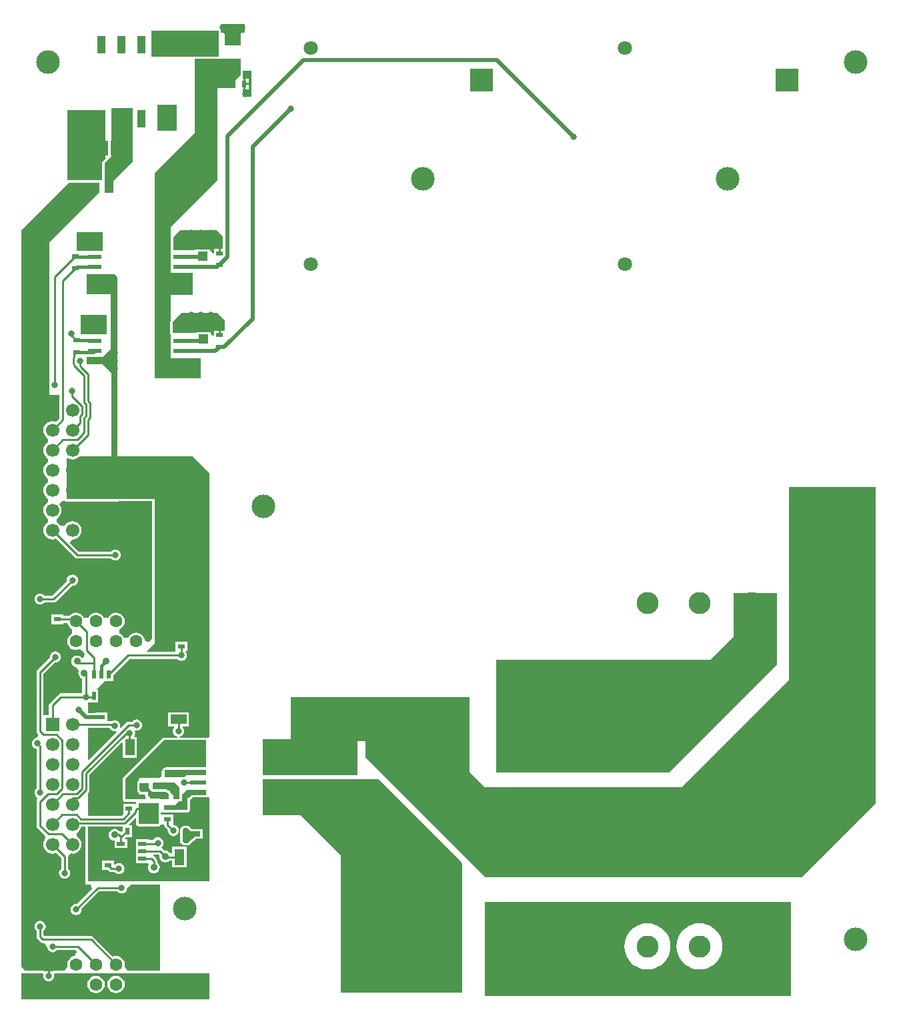
<source format=gtl>
G04*
G04 #@! TF.GenerationSoftware,Altium Limited,Altium Designer,18.0.7 (293)*
G04*
G04 Layer_Physical_Order=1*
G04 Layer_Color=255*
%FSLAX25Y25*%
%MOIN*%
G70*
G01*
G75*
%ADD15C,0.01000*%
%ADD19C,0.02000*%
%ADD22R,0.02362X0.03543*%
%ADD23R,0.08110X0.02362*%
%ADD24R,0.05000X0.04500*%
%ADD25R,0.07087X0.02362*%
%ADD26R,0.07874X0.05906*%
%ADD27R,0.12008X0.05984*%
%ADD28R,0.03937X0.09055*%
%ADD29R,0.03543X0.02362*%
%ADD30R,0.03000X0.03000*%
%ADD31R,0.03000X0.03000*%
%ADD32R,0.01968X0.03937*%
%ADD33R,0.03937X0.01968*%
%ADD34R,0.07874X0.04724*%
%ADD35R,0.04724X0.07874*%
%ADD36R,0.09843X0.07284*%
%ADD62C,0.01500*%
%ADD63R,0.06693X0.06693*%
%ADD64C,0.06693*%
%ADD65C,0.11811*%
%ADD66R,0.06299X0.06299*%
%ADD67C,0.06299*%
%ADD68C,0.11000*%
%ADD69C,0.07087*%
%ADD70R,0.11811X0.11811*%
%ADD71C,0.03150*%
%ADD72C,0.03500*%
G36*
X108000Y517500D02*
X106500D01*
X106000Y517000D01*
Y511500D01*
X98000D01*
Y517000D01*
X97500Y517500D01*
X96204D01*
Y518500D01*
X96113Y518961D01*
X96000Y519129D01*
Y522000D01*
X108000D01*
Y517500D01*
D02*
G37*
G36*
X95000Y505657D02*
X81815D01*
Y505500D01*
X61500Y505500D01*
X61500Y518500D01*
X95000Y518500D01*
X95000Y505657D01*
D02*
G37*
G36*
X106000Y496500D02*
X103500Y494000D01*
X103500Y490000D01*
X94500Y490000D01*
X94500Y444000D01*
X71000Y420500D01*
X71000Y397500D01*
X82000D01*
X82000Y386500D01*
X71000D01*
Y373629D01*
X70887Y373461D01*
X70796Y373000D01*
X70796Y373000D01*
Y367500D01*
X70887Y367039D01*
X71000Y366871D01*
Y355000D01*
X86000D01*
X86000Y345000D01*
X63000Y345000D01*
X63000Y447500D01*
X83000Y467500D01*
Y498500D01*
Y504453D01*
X95000D01*
X95235Y504500D01*
X106000D01*
Y496500D01*
D02*
G37*
G36*
X111500Y485500D02*
X107000D01*
Y489228D01*
X107405D01*
Y492000D01*
Y494772D01*
X107000D01*
Y495871D01*
X107113Y496039D01*
X107204Y496500D01*
X107204Y496500D01*
Y498500D01*
X111500D01*
Y485500D01*
D02*
G37*
G36*
X74000Y468500D02*
X64595D01*
Y481500D01*
X74000D01*
Y468500D01*
D02*
G37*
G36*
X38500Y454703D02*
X37148Y453351D01*
X36887Y452961D01*
X36796Y452500D01*
X36796Y452500D01*
Y444000D01*
X19500D01*
X19500Y479000D01*
X38500D01*
X38500Y454703D01*
D02*
G37*
G36*
X52000Y453000D02*
X42500Y443500D01*
Y437500D01*
X38000D01*
Y452500D01*
X40677Y455177D01*
X40795D01*
Y455295D01*
X41500Y456000D01*
Y480000D01*
X52000D01*
Y453000D01*
D02*
G37*
G36*
X37000Y408595D02*
X24000D01*
Y418000D01*
X37000D01*
Y408595D01*
D02*
G37*
G36*
X97276Y415724D02*
Y409587D01*
X96000D01*
Y407406D01*
X95000D01*
Y409587D01*
X92728D01*
Y407425D01*
X92266Y407234D01*
X90681Y408819D01*
Y409431D01*
X83319D01*
Y409000D01*
X72500D01*
Y415500D01*
X76000Y419000D01*
X94000D01*
X97276Y415724D01*
D02*
G37*
G36*
X39000Y367094D02*
X26000D01*
Y376500D01*
X39000D01*
Y367094D01*
D02*
G37*
G36*
X98000Y374000D02*
Y368681D01*
X96000D01*
Y366500D01*
X95000D01*
Y368681D01*
X92728D01*
Y366425D01*
X92266Y366234D01*
X91181Y367319D01*
Y367931D01*
X83819D01*
Y367500D01*
X72000D01*
Y373000D01*
X76500Y377500D01*
X94500D01*
X98000Y374000D01*
D02*
G37*
G36*
X35500Y438000D02*
X10500Y413000D01*
Y368000D01*
Y336500D01*
X15439D01*
Y336400D01*
Y324864D01*
X13751Y323175D01*
X13182Y323411D01*
X12000Y323567D01*
X10818Y323411D01*
X9717Y322955D01*
X8771Y322229D01*
X8045Y321283D01*
X7589Y320182D01*
X7433Y319000D01*
X7589Y317818D01*
X8045Y316717D01*
X8771Y315771D01*
X9654Y315093D01*
X9717Y314698D01*
Y313302D01*
X9654Y312907D01*
X8771Y312229D01*
X8045Y311283D01*
X7589Y310182D01*
X7433Y309000D01*
X7589Y307818D01*
X8045Y306717D01*
X8771Y305771D01*
X9654Y305094D01*
X9717Y304698D01*
Y303302D01*
X9654Y302906D01*
X8771Y302229D01*
X8045Y301283D01*
X7589Y300182D01*
X7433Y299000D01*
X7589Y297818D01*
X8045Y296717D01*
X8771Y295771D01*
X9654Y295093D01*
X9717Y294698D01*
Y293302D01*
X9654Y292906D01*
X8771Y292229D01*
X8045Y291283D01*
X7589Y290182D01*
X7433Y289000D01*
X7589Y287818D01*
X8045Y286717D01*
X8771Y285771D01*
X9654Y285093D01*
X9717Y284698D01*
Y283302D01*
X9654Y282907D01*
X8771Y282229D01*
X8045Y281283D01*
X7589Y280182D01*
X7433Y279000D01*
X7589Y277818D01*
X8045Y276717D01*
X8771Y275771D01*
X9654Y275094D01*
X9717Y274698D01*
Y273302D01*
X9654Y272906D01*
X8771Y272229D01*
X8045Y271283D01*
X7589Y270182D01*
X7433Y269000D01*
X7589Y267818D01*
X8045Y266717D01*
X8771Y265771D01*
X9717Y265045D01*
X10818Y264589D01*
X12000Y264433D01*
X13182Y264589D01*
X13751Y264825D01*
X23188Y255388D01*
X23744Y255016D01*
X24400Y254886D01*
X41241D01*
X41434Y254634D01*
X42010Y254193D01*
X42681Y253915D01*
X43400Y253820D01*
X44119Y253915D01*
X44790Y254193D01*
X45366Y254634D01*
X45807Y255210D01*
X46085Y255881D01*
X46180Y256600D01*
X46085Y257319D01*
X45807Y257990D01*
X45366Y258565D01*
X44790Y259007D01*
X44119Y259285D01*
X43400Y259380D01*
X42681Y259285D01*
X42010Y259007D01*
X41434Y258565D01*
X41241Y258314D01*
X25110D01*
X20857Y262566D01*
X21792Y264461D01*
X22000Y264433D01*
X23182Y264589D01*
X24283Y265045D01*
X25229Y265771D01*
X25955Y266717D01*
X26411Y267818D01*
X26567Y269000D01*
X26411Y270182D01*
X25955Y271283D01*
X25229Y272229D01*
X24283Y272955D01*
X23182Y273411D01*
X22000Y273567D01*
X20818Y273411D01*
X19717Y272955D01*
X18771Y272229D01*
X18093Y271346D01*
X17698Y271283D01*
X16302D01*
X15906Y271346D01*
X15229Y272229D01*
X14346Y272906D01*
X14283Y273302D01*
Y274698D01*
X14346Y275094D01*
X15229Y275771D01*
X15955Y276717D01*
X16411Y277818D01*
X16567Y279000D01*
X16411Y280182D01*
X15955Y281283D01*
X15388Y282023D01*
X16723Y283500D01*
X18371D01*
X18539Y283387D01*
X19000Y283296D01*
X44500D01*
X44961Y283387D01*
X45129Y283500D01*
X61863D01*
Y215063D01*
X60136Y213336D01*
X59555Y213398D01*
X58092Y214121D01*
X58019Y214674D01*
X57583Y215727D01*
X56889Y216632D01*
X55984Y217326D01*
X54931Y217762D01*
X53800Y217911D01*
X52670Y217762D01*
X51616Y217326D01*
X50711Y216632D01*
X50017Y215727D01*
X49867Y215365D01*
X47733D01*
X47583Y215727D01*
X46889Y216632D01*
X45984Y217326D01*
X45622Y217476D01*
Y219610D01*
X45984Y219760D01*
X46889Y220455D01*
X47583Y221359D01*
X48019Y222413D01*
X48168Y223543D01*
X48019Y224674D01*
X47583Y225727D01*
X46889Y226632D01*
X45984Y227326D01*
X44930Y227763D01*
X43800Y227911D01*
X42669Y227763D01*
X41616Y227326D01*
X40711Y226632D01*
X40017Y225727D01*
X39867Y225365D01*
X37733D01*
X37583Y225727D01*
X36889Y226632D01*
X35984Y227326D01*
X34931Y227763D01*
X33800Y227911D01*
X32669Y227763D01*
X31616Y227326D01*
X30711Y226632D01*
X30017Y225727D01*
X29867Y225365D01*
X27733D01*
X27583Y225727D01*
X26889Y226632D01*
X25984Y227326D01*
X24930Y227763D01*
X23800Y227911D01*
X22670Y227763D01*
X21616Y227326D01*
X20711Y226632D01*
X20395Y226220D01*
X17553D01*
Y226868D01*
X11647D01*
Y222143D01*
X17553D01*
Y222495D01*
X19553Y222626D01*
X19581Y222413D01*
X20017Y221359D01*
X20711Y220455D01*
X21616Y219760D01*
X21979Y219610D01*
Y217476D01*
X21616Y217326D01*
X20711Y216632D01*
X20017Y215727D01*
X19581Y214674D01*
X19432Y213543D01*
X19581Y212413D01*
X20017Y211359D01*
X20711Y210455D01*
X21616Y209760D01*
X22670Y209324D01*
X23800Y209175D01*
X24930Y209324D01*
X25436Y209534D01*
X26520Y209187D01*
X26882Y208985D01*
X27529Y208425D01*
X27567Y208238D01*
X27938Y207682D01*
X28152Y207469D01*
X28157Y207140D01*
X27397Y205395D01*
X26627Y205413D01*
X26491Y205591D01*
X25878Y206060D01*
X25165Y206356D01*
X24400Y206456D01*
X23635Y206356D01*
X22922Y206060D01*
X22309Y205591D01*
X21840Y204978D01*
X21544Y204265D01*
X21444Y203500D01*
X21544Y202735D01*
X21840Y202022D01*
X22309Y201410D01*
X22922Y200940D01*
X23635Y200644D01*
X23915Y200607D01*
X24431Y200090D01*
X24766Y199549D01*
X25108Y198620D01*
X25044Y198465D01*
X24944Y197700D01*
X25044Y196935D01*
X25340Y196222D01*
X25809Y195609D01*
X26422Y195140D01*
X26986Y194906D01*
Y187959D01*
X26735Y187766D01*
X26542Y187514D01*
X16206D01*
X15550Y187384D01*
X14994Y187012D01*
X10788Y182807D01*
X10416Y182250D01*
X10286Y181595D01*
Y176528D01*
X7514D01*
Y197290D01*
X13186Y202962D01*
X13500Y202920D01*
X14219Y203015D01*
X14890Y203293D01*
X15465Y203734D01*
X15907Y204310D01*
X16185Y204981D01*
X16280Y205700D01*
X16185Y206419D01*
X15907Y207090D01*
X15465Y207665D01*
X14890Y208107D01*
X14219Y208385D01*
X13500Y208480D01*
X12781Y208385D01*
X12110Y208107D01*
X11535Y207665D01*
X11093Y207090D01*
X10815Y206419D01*
X10720Y205700D01*
X10762Y205386D01*
X4588Y199212D01*
X4216Y198656D01*
X4086Y198000D01*
Y168700D01*
X4216Y168044D01*
X4588Y167488D01*
X4821Y167255D01*
X4687Y166432D01*
X4030Y165218D01*
X3781Y165185D01*
X3110Y164907D01*
X2534Y164465D01*
X2093Y163890D01*
X1815Y163219D01*
X1720Y162500D01*
X1815Y161781D01*
X2093Y161110D01*
X2534Y160535D01*
X3110Y160093D01*
X3781Y159815D01*
X4186Y159762D01*
Y140158D01*
X3934Y139965D01*
X3493Y139390D01*
X3215Y138719D01*
X3120Y138000D01*
X3215Y137281D01*
X3493Y136610D01*
X3934Y136035D01*
X4392Y134897D01*
X4216Y133856D01*
X4086Y133200D01*
Y121346D01*
X4216Y120690D01*
X4588Y120134D01*
X7753Y116969D01*
X8597Y115527D01*
X8045Y114283D01*
X7589Y113182D01*
X7433Y112000D01*
X7589Y110818D01*
X8045Y109717D01*
X8771Y108771D01*
X9717Y108045D01*
X10818Y107589D01*
X12000Y107433D01*
X13182Y107589D01*
X13751Y107825D01*
X16386Y105190D01*
Y99958D01*
X16135Y99765D01*
X15693Y99190D01*
X15415Y98519D01*
X15320Y97800D01*
X15415Y97081D01*
X15693Y96410D01*
X16135Y95834D01*
X16710Y95393D01*
X17381Y95115D01*
X18100Y95020D01*
X18819Y95115D01*
X19490Y95393D01*
X20065Y95834D01*
X20507Y96410D01*
X20785Y97081D01*
X20880Y97800D01*
X20785Y98519D01*
X20507Y99190D01*
X20065Y99765D01*
X19814Y99958D01*
Y105900D01*
X20106Y106392D01*
X20940Y107268D01*
X21377Y107515D01*
X22000Y107433D01*
X23182Y107589D01*
X24283Y108045D01*
X25229Y108771D01*
X25955Y109717D01*
X26411Y110818D01*
X26567Y112000D01*
X26411Y113182D01*
X25955Y114283D01*
X25229Y115229D01*
X24346Y115907D01*
X24283Y116302D01*
Y117698D01*
X24346Y118094D01*
X25229Y118771D01*
X25955Y119717D01*
X26411Y120818D01*
X26433Y120986D01*
X28600D01*
Y91900D01*
X31048D01*
X31876Y89900D01*
X24214Y82238D01*
X23900Y82280D01*
X23181Y82185D01*
X22510Y81907D01*
X21935Y81466D01*
X21493Y80890D01*
X21215Y80219D01*
X21120Y79500D01*
X21215Y78781D01*
X21493Y78110D01*
X21935Y77535D01*
X22510Y77093D01*
X23181Y76815D01*
X23900Y76720D01*
X24619Y76815D01*
X25290Y77093D01*
X25866Y77535D01*
X26307Y78110D01*
X26585Y78781D01*
X26680Y79500D01*
X26638Y79814D01*
X35410Y88586D01*
X44442D01*
X44635Y88335D01*
X45210Y87893D01*
X45881Y87615D01*
X46600Y87520D01*
X47319Y87615D01*
X47990Y87893D01*
X48566Y88335D01*
X49007Y88910D01*
X49285Y89581D01*
X49380Y90300D01*
X50756Y91739D01*
X51085Y91900D01*
X65800D01*
X65800Y49004D01*
X58131D01*
X57691Y48917D01*
X49909D01*
X49469Y49004D01*
X49341D01*
X48031Y50895D01*
X48031Y51004D01*
X48168Y52043D01*
X48019Y53174D01*
X47583Y54227D01*
X46889Y55132D01*
X45984Y55826D01*
X44930Y56262D01*
X43800Y56411D01*
X42669Y56262D01*
X42200Y56068D01*
X32555Y65712D01*
X31999Y66084D01*
X31343Y66214D01*
X8010D01*
X7614Y66610D01*
Y68915D01*
X7865Y69108D01*
X8307Y69683D01*
X8585Y70354D01*
X8680Y71073D01*
X8585Y71792D01*
X8307Y72463D01*
X7865Y73039D01*
X7290Y73480D01*
X6619Y73758D01*
X5900Y73853D01*
X5181Y73758D01*
X4510Y73480D01*
X3934Y73039D01*
X3493Y72463D01*
X3215Y71792D01*
X3120Y71073D01*
X3215Y70354D01*
X3493Y69683D01*
X3934Y69108D01*
X4186Y68915D01*
Y65900D01*
X4316Y65244D01*
X4688Y64688D01*
X6088Y63288D01*
X6644Y62916D01*
X7300Y62786D01*
X7734D01*
X8178Y62477D01*
X9320Y60900D01*
X9415Y60181D01*
X9693Y59510D01*
X10135Y58934D01*
X10710Y58493D01*
X11381Y58215D01*
X12100Y58120D01*
X12819Y58215D01*
X13490Y58493D01*
X14065Y58934D01*
X14258Y59186D01*
X23438D01*
X24028Y58385D01*
X23977Y57939D01*
X23070Y56315D01*
X22670Y56262D01*
X21616Y55826D01*
X20711Y55132D01*
X20017Y54227D01*
X19581Y53174D01*
X19432Y52043D01*
X19569Y51004D01*
X19568Y50895D01*
X18259Y49004D01*
X13144D01*
X13028Y48981D01*
X12909D01*
X12800Y48936D01*
X12683Y48913D01*
X12585Y48847D01*
X12475Y48801D01*
X12391Y48717D01*
X12365Y48700D01*
X8035D01*
X8009Y48717D01*
X7925Y48801D01*
X7815Y48847D01*
X7717Y48913D01*
X7600Y48936D01*
X7491Y48981D01*
X7372D01*
X7256Y49004D01*
X-1500D01*
X-3500Y51004D01*
X-3500Y325000D01*
X-3500D01*
X-3500Y419000D01*
X20000Y442500D01*
X35500D01*
Y438000D01*
D02*
G37*
G36*
X44500Y395500D02*
X44500Y393500D01*
Y306000D01*
X82200D01*
X90400Y297800D01*
Y165527D01*
X89969Y165362D01*
Y165362D01*
X89011D01*
X88800Y165404D01*
X75670D01*
X75637Y165904D01*
X75719Y165915D01*
X76390Y166193D01*
X76965Y166635D01*
X77407Y167210D01*
X77685Y167881D01*
X77780Y168600D01*
X77685Y169319D01*
X77407Y169990D01*
X77049Y170457D01*
X77169Y170824D01*
X77273Y170957D01*
X80118D01*
Y178043D01*
X69882D01*
Y170957D01*
X72727D01*
X72831Y170824D01*
X72951Y170457D01*
X72593Y169990D01*
X72315Y169319D01*
X72220Y168600D01*
X72315Y167881D01*
X72593Y167210D01*
X73035Y166635D01*
X73610Y166193D01*
X74281Y165915D01*
X74363Y165904D01*
X74330Y165404D01*
X67700D01*
X67239Y165313D01*
X66848Y165051D01*
X47548Y145752D01*
X47287Y145361D01*
X47196Y144900D01*
X47196Y144900D01*
X47196Y134600D01*
X47287Y134139D01*
X47347Y134050D01*
Y133438D01*
X48189D01*
X48400Y133396D01*
X53577D01*
X53821Y133053D01*
X53874Y132896D01*
X53796Y132500D01*
Y131942D01*
X53753Y131916D01*
X53253Y132200D01*
Y132257D01*
X47347D01*
Y127532D01*
X47347D01*
X47468Y127241D01*
X46641Y126414D01*
X29800D01*
Y137694D01*
X30059Y137952D01*
X30430Y138508D01*
X30560Y139164D01*
Y146856D01*
X46695Y162991D01*
X47157Y162799D01*
Y155382D01*
X54243D01*
Y165618D01*
X53030D01*
X52783Y166118D01*
X53007Y166410D01*
X53285Y167081D01*
X53380Y167800D01*
X53285Y168519D01*
X53641Y168968D01*
X54000Y168920D01*
X54719Y169015D01*
X55390Y169293D01*
X55966Y169735D01*
X56407Y170310D01*
X56685Y170981D01*
X56780Y171700D01*
X56685Y172419D01*
X56407Y173090D01*
X55966Y173665D01*
X55390Y174107D01*
X54719Y174385D01*
X54000Y174480D01*
X53281Y174385D01*
X52610Y174107D01*
X52034Y173665D01*
X51841Y173414D01*
X50152D01*
X49496Y173284D01*
X48940Y172912D01*
X46297Y170270D01*
X45874Y170553D01*
X45885Y170581D01*
X45980Y171300D01*
X45885Y172019D01*
X45607Y172690D01*
X45166Y173266D01*
X44590Y173707D01*
X43919Y173985D01*
X43200Y174080D01*
X42481Y173985D01*
X41827Y173714D01*
X39453D01*
Y177857D01*
X33547D01*
Y177718D01*
X29827D01*
X29800Y177745D01*
Y183130D01*
X30137Y183317D01*
X30595Y183068D01*
Y183035D01*
X34925D01*
Y183625D01*
D01*
Y189335D01*
X34488D01*
X34297Y189797D01*
X38165Y193665D01*
X42406D01*
Y196556D01*
X50635Y204786D01*
X74341D01*
X74534Y204535D01*
X75110Y204093D01*
X75781Y203815D01*
X76500Y203720D01*
X77219Y203815D01*
X77890Y204093D01*
X78465Y204535D01*
X78907Y205110D01*
X79185Y205781D01*
X79280Y206500D01*
X79185Y207219D01*
X78907Y207890D01*
X78640Y208238D01*
X78887Y208738D01*
X79353D01*
Y213462D01*
X73447D01*
Y208738D01*
X73551D01*
X73829Y208238D01*
X73814Y208214D01*
X59367D01*
X59176Y208676D01*
X63000Y212500D01*
Y214726D01*
X63067Y215063D01*
X63067Y215063D01*
Y218267D01*
X63200Y218400D01*
Y284500D01*
X62492D01*
X62324Y284613D01*
X61863Y284704D01*
X45129D01*
X45013Y284681D01*
X44894D01*
X44785Y284636D01*
X44668Y284613D01*
X44570Y284547D01*
X44527Y284529D01*
X44500Y284524D01*
Y284500D01*
X19000D01*
Y305030D01*
X19448Y305251D01*
X19717Y305045D01*
X20818Y304589D01*
X22000Y304433D01*
X23182Y304589D01*
X24283Y305045D01*
X25229Y305771D01*
X25405Y306000D01*
X41500D01*
Y347500D01*
X37000Y352000D01*
X29000D01*
Y355500D01*
X37000D01*
X37638Y356138D01*
X37724D01*
Y356224D01*
X41000Y359500D01*
X41000Y387000D01*
X29000Y387000D01*
X29000Y397000D01*
X43000D01*
X44500Y395500D01*
D02*
G37*
G36*
X374000Y202000D02*
X320000Y148000D01*
X233700Y148000D01*
X233700Y204300D01*
X340800Y204300D01*
X352500Y216000D01*
X352500Y237500D01*
X374000D01*
X374000Y202000D01*
D02*
G37*
G36*
X40793Y169910D02*
X41234Y169334D01*
X41810Y168893D01*
X42481Y168615D01*
X43200Y168520D01*
X43919Y168615D01*
X43947Y168626D01*
X44230Y168202D01*
X30262Y154234D01*
X29800Y154426D01*
Y170286D01*
X40637D01*
X40793Y169910D01*
D02*
G37*
G36*
X88800Y146800D02*
X79100D01*
X77947Y145647D01*
X77700Y145680D01*
X77095Y145600D01*
X68300D01*
Y149200D01*
X88800D01*
Y146800D01*
D02*
G37*
G36*
X423500Y132500D02*
X386500Y95500D01*
X228500D01*
X168500Y155500D01*
Y163500D01*
X164500D01*
Y146500D01*
X117000D01*
Y164500D01*
X131000D01*
Y185500D01*
X220500D01*
Y148000D01*
X228000Y140500D01*
X326500D01*
X380000Y194000D01*
Y201705D01*
X380029Y202000D01*
X380029Y237500D01*
X380000Y237794D01*
X380000Y242000D01*
Y290500D01*
X423500D01*
X423500Y132500D01*
D02*
G37*
G36*
X75600Y140500D02*
Y134700D01*
X72500D01*
X72400Y134800D01*
Y136500D01*
X70781Y138119D01*
Y138981D01*
X69919D01*
X69300Y139600D01*
X62100D01*
Y142600D01*
X62500Y143000D01*
X73100D01*
X75600Y140500D01*
D02*
G37*
G36*
X60256Y142600D02*
X60256Y140244D01*
X60896Y139604D01*
Y139600D01*
X60947Y139341D01*
Y139038D01*
X61055D01*
X61248Y138749D01*
X61639Y138487D01*
X62100Y138396D01*
X68801D01*
X69067Y138130D01*
X69458Y137868D01*
X69634Y137834D01*
X69669Y137658D01*
X69930Y137267D01*
X70000Y137197D01*
Y134700D01*
X69900Y134600D01*
X66300D01*
X65900Y135000D01*
X61300D01*
X60900Y135400D01*
X59753Y136547D01*
Y138162D01*
X56538D01*
X55600Y139100D01*
Y142600D01*
X60256Y142600D01*
D02*
G37*
G36*
X88800Y150800D02*
X68500D01*
X68056Y150356D01*
X67839Y150313D01*
X67449Y150051D01*
X67335Y149881D01*
X67219D01*
Y149708D01*
X67187Y149661D01*
X67144Y149444D01*
X66500Y148800D01*
Y146200D01*
X65600Y145300D01*
X55400D01*
X55000Y144900D01*
Y143757D01*
X54547D01*
Y143150D01*
X54487Y143061D01*
X54396Y142600D01*
Y139100D01*
X54396Y139100D01*
X54487Y138639D01*
X54748Y138249D01*
X55000Y137997D01*
Y137000D01*
X56326D01*
X56538Y136958D01*
X56538Y136958D01*
X58267D01*
X58548Y136547D01*
X58600Y136288D01*
Y134700D01*
X58559Y134600D01*
X48400D01*
X48400Y144900D01*
X67700Y164200D01*
X88800D01*
Y150800D01*
D02*
G37*
G36*
X88900Y136700D02*
X81500D01*
X80162Y135362D01*
X79496D01*
Y130862D01*
X79496Y130638D01*
X79496D01*
Y130362D01*
X79496D01*
Y129200D01*
X67800D01*
Y131600D01*
X73400D01*
X75296Y133496D01*
X75600D01*
X76061Y133587D01*
X76108Y133619D01*
X76781D01*
Y134584D01*
X76804Y134700D01*
Y135004D01*
X76900Y135100D01*
Y136800D01*
X79300Y139200D01*
X88900D01*
Y136700D01*
D02*
G37*
G36*
X89969Y135638D02*
X90400Y135473D01*
Y93700D01*
X90300Y93600D01*
X30000D01*
X29804Y93796D01*
Y120986D01*
X47032D01*
Y118762D01*
X46434Y118164D01*
X45956Y118484D01*
X45512Y118572D01*
X45191Y118991D01*
X44578Y119460D01*
X43865Y119756D01*
X43100Y119856D01*
X42335Y119756D01*
X41622Y119460D01*
X41010Y118991D01*
X40540Y118378D01*
X40244Y117665D01*
X40144Y116900D01*
X40244Y116135D01*
X40540Y115422D01*
X41010Y114810D01*
X41622Y114340D01*
X42335Y114044D01*
X43100Y113944D01*
X43135Y113912D01*
Y110275D01*
X49435D01*
Y114605D01*
X48431D01*
X48224Y115105D01*
X48866Y115747D01*
X51757D01*
Y121653D01*
X50210D01*
X50018Y122115D01*
X53334Y125430D01*
X53796Y125239D01*
Y122300D01*
X53887Y121839D01*
X54149Y121449D01*
X54539Y121187D01*
X55000Y121096D01*
X64943Y121096D01*
X65000Y121096D01*
X65418Y121157D01*
Y121179D01*
X65461Y121187D01*
X65851Y121449D01*
X66113Y121839D01*
X66164Y122098D01*
X66647Y122138D01*
X66682Y122138D01*
X67886D01*
Y121700D01*
X68016Y121044D01*
X68388Y120488D01*
X69662Y119214D01*
X69620Y118900D01*
X69715Y118181D01*
X69993Y117510D01*
X70434Y116935D01*
X71010Y116493D01*
X71681Y116215D01*
X72400Y116120D01*
X73119Y116215D01*
X73790Y116493D01*
X74366Y116935D01*
X74807Y117510D01*
X75085Y118181D01*
X75180Y118900D01*
X75085Y119619D01*
X74807Y120290D01*
X74366Y120865D01*
X73790Y121307D01*
X73119Y121585D01*
X72593Y121654D01*
X72553Y122138D01*
X72553D01*
Y126862D01*
X66704D01*
X66204Y127000D01*
X66204Y127906D01*
X66647Y128043D01*
Y128043D01*
X67561D01*
X67800Y127996D01*
X72947D01*
Y127943D01*
X78853D01*
Y127996D01*
X79496D01*
X79957Y128087D01*
X80348Y128349D01*
X80609Y128739D01*
X80700Y129200D01*
Y130362D01*
X80700Y130362D01*
Y130638D01*
X80700Y130638D01*
X80700Y130862D01*
Y134200D01*
Y134301D01*
X81014Y134511D01*
X81014Y134511D01*
X81999Y135496D01*
X88900D01*
X89361Y135587D01*
X89436Y135638D01*
X89969D01*
Y135638D01*
D02*
G37*
G36*
X65000Y122300D02*
X55000Y122300D01*
X55000Y132500D01*
X65000D01*
X65000Y122300D01*
D02*
G37*
G36*
X90500Y34500D02*
X-3499Y34500D01*
X-3499Y47800D01*
X7256D01*
X7590Y47300D01*
X7515Y47119D01*
X7420Y46400D01*
X7515Y45681D01*
X7793Y45010D01*
X8235Y44434D01*
X8810Y43993D01*
X9481Y43715D01*
X10200Y43620D01*
X10919Y43715D01*
X11590Y43993D01*
X12166Y44434D01*
X12607Y45010D01*
X12885Y45681D01*
X12980Y46400D01*
X12885Y47119D01*
X12810Y47300D01*
X13144Y47800D01*
X22852D01*
X23800Y47675D01*
X24748Y47800D01*
X32852D01*
X33800Y47675D01*
X34748Y47800D01*
X42852D01*
X43800Y47675D01*
X44748Y47800D01*
X49469D01*
Y47713D01*
X58131D01*
Y47800D01*
X90500D01*
X90500Y34500D01*
D02*
G37*
G36*
X216900Y102600D02*
Y38100D01*
X156000D01*
Y106500D01*
X136000Y126500D01*
X117000D01*
Y144500D01*
X175000D01*
X216900Y102600D01*
D02*
G37*
G36*
X381300Y36200D02*
X228200D01*
Y83400D01*
X381300D01*
Y36200D01*
D02*
G37*
%LPC*%
G36*
X110087Y494772D02*
X108405D01*
Y492500D01*
X110087D01*
Y494772D01*
D02*
G37*
G36*
Y491500D02*
X108405D01*
Y489228D01*
X110087D01*
Y491500D01*
D02*
G37*
G36*
X22000Y246880D02*
X21281Y246785D01*
X20610Y246507D01*
X20034Y246065D01*
X19593Y245490D01*
X19315Y244819D01*
X19220Y244100D01*
X19262Y243786D01*
X11790Y236314D01*
X8059D01*
X7865Y236565D01*
X7290Y237007D01*
X6619Y237285D01*
X5900Y237380D01*
X5181Y237285D01*
X4510Y237007D01*
X3934Y236565D01*
X3493Y235990D01*
X3215Y235319D01*
X3120Y234600D01*
X3215Y233881D01*
X3493Y233210D01*
X3934Y232634D01*
X4510Y232193D01*
X5181Y231915D01*
X5900Y231820D01*
X6619Y231915D01*
X7290Y232193D01*
X7865Y232634D01*
X8059Y232886D01*
X12500D01*
X13156Y233016D01*
X13712Y233388D01*
X21686Y241362D01*
X22000Y241320D01*
X22719Y241415D01*
X23390Y241693D01*
X23966Y242134D01*
X24407Y242710D01*
X24685Y243381D01*
X24780Y244100D01*
X24685Y244819D01*
X24407Y245490D01*
X23966Y246065D01*
X23390Y246507D01*
X22719Y246785D01*
X22000Y246880D01*
D02*
G37*
G36*
X64700Y115580D02*
X63981Y115485D01*
X63310Y115207D01*
X62735Y114766D01*
X62293Y114190D01*
X62278Y114154D01*
X60065D01*
Y114605D01*
X53765D01*
Y110865D01*
X53765D01*
Y106535D01*
X53765D01*
Y102795D01*
X59567D01*
X59926Y102795D01*
X60257Y102376D01*
X60140Y102078D01*
X60124Y102042D01*
X59844Y101365D01*
X59744Y100600D01*
X59844Y99835D01*
X60140Y99122D01*
X60610Y98510D01*
X61222Y98040D01*
X61935Y97744D01*
X62700Y97644D01*
X63465Y97744D01*
X64178Y98040D01*
X64790Y98510D01*
X65260Y99122D01*
X65556Y99835D01*
X65656Y100600D01*
X65556Y101365D01*
X65260Y102078D01*
X64790Y102690D01*
X64414Y102979D01*
Y103800D01*
X64284Y104456D01*
X63912Y105012D01*
X62752Y106172D01*
X62282Y106486D01*
X62328Y106888D01*
X62365Y106986D01*
X65090D01*
X65606Y106471D01*
X65544Y106000D01*
X65644Y105235D01*
X65940Y104522D01*
X66409Y103910D01*
X67022Y103440D01*
X67735Y103144D01*
X68500Y103044D01*
X69265Y103144D01*
X69978Y103440D01*
X70591Y103910D01*
X70726Y104086D01*
X71957D01*
Y100682D01*
X79043D01*
Y110918D01*
X71957D01*
Y107514D01*
X71033D01*
X70591Y108090D01*
X69978Y108560D01*
X69265Y108856D01*
X68500Y108956D01*
X68029Y108895D01*
X67012Y109912D01*
X66623Y110172D01*
X66549Y110672D01*
X66571Y110762D01*
X66666Y110835D01*
X67107Y111410D01*
X67385Y112081D01*
X67480Y112800D01*
X67385Y113519D01*
X67107Y114190D01*
X66666Y114766D01*
X66090Y115207D01*
X65419Y115485D01*
X64700Y115580D01*
D02*
G37*
G36*
X79600Y121404D02*
X79600Y121404D01*
X77900D01*
X77439Y121313D01*
X77048Y121052D01*
X76249Y120252D01*
X75987Y119861D01*
X75896Y119400D01*
X75896Y119400D01*
Y113600D01*
X75987Y113139D01*
X76249Y112749D01*
X76249Y112749D01*
X77148Y111848D01*
X77539Y111587D01*
X78000Y111496D01*
X78000Y111496D01*
X79700D01*
X79700Y111496D01*
X80161Y111587D01*
X80551Y111848D01*
X80551Y111848D01*
X82291Y113588D01*
X82531Y113749D01*
X83679Y114896D01*
X85900D01*
X86361Y114987D01*
X86436Y115038D01*
X87153D01*
Y119762D01*
X81741D01*
X80452Y121052D01*
X80061Y121313D01*
X79600Y121404D01*
D02*
G37*
G36*
X42753Y104062D02*
X36847D01*
Y99338D01*
X39738D01*
X40288Y98788D01*
X40844Y98416D01*
X41500Y98286D01*
X43141D01*
X43334Y98035D01*
X43910Y97593D01*
X44581Y97315D01*
X45300Y97220D01*
X46019Y97315D01*
X46690Y97593D01*
X47265Y98035D01*
X47707Y98610D01*
X47985Y99281D01*
X48080Y100000D01*
X47985Y100719D01*
X47707Y101390D01*
X47265Y101965D01*
X46690Y102407D01*
X46019Y102685D01*
X45300Y102780D01*
X44581Y102685D01*
X43910Y102407D01*
X43334Y101965D01*
X43253Y101859D01*
X42753Y102029D01*
Y104000D01*
Y104062D01*
D02*
G37*
%LPD*%
G36*
X81300Y118500D02*
X85900D01*
Y116100D01*
X83180D01*
X81680Y114600D01*
X81600D01*
X79700Y112700D01*
X78000D01*
X77100Y113600D01*
Y119400D01*
X77900Y120200D01*
X79600D01*
X81300Y118500D01*
D02*
G37*
%LPC*%
G36*
X43800Y46411D02*
X42669Y46262D01*
X41616Y45826D01*
X40711Y45132D01*
X40017Y44227D01*
X39581Y43174D01*
X39432Y42043D01*
X39581Y40913D01*
X40017Y39859D01*
X40711Y38955D01*
X41616Y38260D01*
X42669Y37824D01*
X43800Y37675D01*
X44930Y37824D01*
X45984Y38260D01*
X46889Y38955D01*
X47583Y39859D01*
X48019Y40913D01*
X48168Y42043D01*
X48019Y43174D01*
X47583Y44227D01*
X46889Y45132D01*
X45984Y45826D01*
X44930Y46262D01*
X43800Y46411D01*
D02*
G37*
G36*
X33800D02*
X32669Y46262D01*
X31616Y45826D01*
X30711Y45132D01*
X30017Y44227D01*
X29581Y43174D01*
X29432Y42043D01*
X29581Y40913D01*
X30017Y39859D01*
X30711Y38955D01*
X31616Y38260D01*
X32669Y37824D01*
X33800Y37675D01*
X34931Y37824D01*
X35984Y38260D01*
X36889Y38955D01*
X37583Y39859D01*
X38019Y40913D01*
X38168Y42043D01*
X38019Y43174D01*
X37583Y44227D01*
X36889Y45132D01*
X35984Y45826D01*
X34931Y46262D01*
X33800Y46411D01*
D02*
G37*
G36*
X335450Y72636D02*
X333645Y72493D01*
X331885Y72071D01*
X330213Y71378D01*
X328670Y70433D01*
X327293Y69257D01*
X326117Y67880D01*
X325172Y66337D01*
X324479Y64665D01*
X324057Y62905D01*
X323914Y61100D01*
X324057Y59295D01*
X324479Y57535D01*
X325172Y55863D01*
X326117Y54320D01*
X327293Y52943D01*
X328670Y51767D01*
X330213Y50822D01*
X331885Y50129D01*
X333645Y49707D01*
X335450Y49564D01*
X337255Y49707D01*
X339015Y50129D01*
X340687Y50822D01*
X342230Y51767D01*
X343607Y52943D01*
X344782Y54320D01*
X345728Y55863D01*
X346421Y57535D01*
X346844Y59295D01*
X346986Y61100D01*
X346844Y62905D01*
X346421Y64665D01*
X345728Y66337D01*
X344782Y67880D01*
X343607Y69257D01*
X342230Y70433D01*
X340687Y71378D01*
X339015Y72071D01*
X337255Y72493D01*
X335450Y72636D01*
D02*
G37*
G36*
X309400D02*
X307595Y72493D01*
X305835Y72071D01*
X304163Y71378D01*
X302620Y70433D01*
X301243Y69257D01*
X300067Y67880D01*
X299122Y66337D01*
X298429Y64665D01*
X298007Y62905D01*
X297864Y61100D01*
X298007Y59295D01*
X298429Y57535D01*
X299122Y55863D01*
X300067Y54320D01*
X301243Y52943D01*
X302620Y51767D01*
X304163Y50822D01*
X305835Y50129D01*
X307595Y49707D01*
X309400Y49564D01*
X311205Y49707D01*
X312965Y50129D01*
X314637Y50822D01*
X316180Y51767D01*
X317557Y52943D01*
X318733Y54320D01*
X319678Y55863D01*
X320371Y57535D01*
X320794Y59295D01*
X320936Y61100D01*
X320794Y62905D01*
X320371Y64665D01*
X319678Y66337D01*
X318733Y67880D01*
X317557Y69257D01*
X316180Y70433D01*
X314637Y71378D01*
X312965Y72071D01*
X311205Y72493D01*
X309400Y72636D01*
D02*
G37*
%LPD*%
D15*
X4500Y162500D02*
X5900Y161100D01*
Y138000D02*
Y161100D01*
X22900Y355148D02*
Y356900D01*
X22625Y354874D02*
X22900Y355148D01*
X22625Y352326D02*
Y354874D01*
Y352326D02*
X22900Y352052D01*
Y351200D02*
Y352052D01*
X25700Y351228D02*
Y353600D01*
Y351228D02*
X26300Y350628D01*
X5800Y121346D02*
Y133200D01*
X9753Y137153D01*
X14053D01*
X16847Y139946D01*
Y164007D01*
X14007Y166847D02*
X16847Y164007D01*
X7654Y166847D02*
X14007D01*
X5800Y168700D02*
X7654Y166847D01*
X5800Y168700D02*
Y198000D01*
X10200Y46400D02*
Y49700D01*
X31343Y64500D02*
X43800Y52043D01*
X7300Y64500D02*
X31343D01*
X5900Y65900D02*
X7300Y64500D01*
X5900Y65900D02*
Y71073D01*
X12100Y60900D02*
X24943D01*
X33800Y52043D01*
X41500Y100000D02*
X45300D01*
X39800Y101700D02*
X41500Y100000D01*
X69600Y121700D02*
X72400Y118900D01*
X69600Y121700D02*
Y124500D01*
X56915Y108700D02*
X65800D01*
X68500Y106000D01*
X68700Y105800D01*
X75500D01*
X75000Y174500D02*
X75000Y174500D01*
Y168600D02*
Y174500D01*
X16206Y185800D02*
X28700D01*
X12000Y181595D02*
X16206Y185800D01*
X12000Y172000D02*
Y181595D01*
X14600Y224505D02*
X22838D01*
X23800Y223543D01*
X24400Y256600D02*
X43400D01*
X12000Y269000D02*
X24400Y256600D01*
X5900Y234600D02*
X12500D01*
X22000Y244100D01*
X13200Y341600D02*
Y395605D01*
X26847Y326993D02*
Y331008D01*
X25800Y325946D02*
X26847Y326993D01*
X25800Y322800D02*
Y325946D01*
X22000Y319000D02*
X25800Y322800D01*
X21900Y335954D02*
Y338600D01*
Y335954D02*
X26847Y331008D01*
X29800Y316800D02*
Y324289D01*
X27800Y332882D02*
Y346300D01*
X29800Y333711D02*
Y347128D01*
Y333711D02*
X30847Y332664D01*
Y325336D02*
Y332664D01*
X29800Y324289D02*
X30847Y325336D01*
X27800Y332882D02*
X28846Y331836D01*
Y326164D02*
Y331836D01*
X27800Y325118D02*
X28846Y326164D01*
X27800Y317928D02*
Y325118D01*
X17154Y324153D02*
Y393654D01*
X13200Y341600D02*
X13300Y341500D01*
X46285Y115915D02*
X46609D01*
X49395Y118700D01*
X34700Y90300D02*
X46600D01*
X23900Y79500D02*
X34700Y90300D01*
X18100Y97800D02*
Y105900D01*
X22900Y356900D02*
X24000Y358000D01*
X26800Y316928D02*
X27800Y317928D01*
X26800Y316628D02*
Y316928D01*
X24325Y314154D02*
X26800Y316628D01*
X21500Y366406D02*
X24000Y363906D01*
X22000Y309000D02*
X29800Y316800D01*
X22900Y351200D02*
X27800Y346300D01*
X26300Y350628D02*
X29800Y347128D01*
X17154Y314154D02*
X24325D01*
X12000Y309000D02*
X17154Y314154D01*
X13200Y395605D02*
X23500Y405905D01*
X12000Y319000D02*
X17154Y324153D01*
Y393654D02*
X23500Y400000D01*
X46285Y112440D02*
Y115915D01*
X45300Y116900D02*
X46285Y115915D01*
X43100Y116900D02*
X45300D01*
X16847Y117154D02*
X22000Y112000D01*
X9992Y117154D02*
X16847D01*
X5800Y121346D02*
X9992Y117154D01*
X5800Y198000D02*
X13500Y205700D01*
X24400Y203500D02*
X25200Y202700D01*
X27900Y197700D02*
X28700Y196900D01*
X42500Y172000D02*
X43200Y171300D01*
X22000Y172000D02*
X42500D01*
X12000Y112000D02*
X18100Y105900D01*
X28700Y185800D02*
Y196900D01*
X32760Y202700D02*
Y205284D01*
Y196815D02*
Y202700D01*
X25200D02*
X32760D01*
X62700Y100600D02*
Y103800D01*
X61540Y104960D02*
X62700Y103800D01*
X56915Y104960D02*
X61540D01*
X23438Y52406D02*
X23800Y52043D01*
X64340Y112440D02*
X64700Y112800D01*
X56915Y112440D02*
X64340D01*
X77700Y142900D02*
X77800Y143000D01*
X84732D01*
X28700Y185800D02*
X32375D01*
X32760Y186185D01*
X29150Y208894D02*
X32760Y205284D01*
X29150Y208894D02*
Y218193D01*
X23800Y223543D02*
X29150Y218193D01*
X49925Y206500D02*
X76500D01*
X40240Y196815D02*
X49925Y206500D01*
X76400Y206600D02*
X76500Y206500D01*
X76400Y206600D02*
Y211100D01*
X50600Y160600D02*
X50700Y160500D01*
X50600Y160600D02*
Y167800D01*
X50300Y127649D02*
Y129894D01*
X47351Y124700D02*
X50300Y127649D01*
X26154Y124700D02*
X47351D01*
X53572Y128938D02*
X54528Y129894D01*
X53572Y128092D02*
Y128938D01*
X48180Y122700D02*
X53572Y128092D01*
X12000Y122000D02*
X16847Y126847D01*
X24008D01*
X26154Y124700D01*
X22000Y122000D02*
X22700Y122700D01*
X48180D01*
X54528Y129894D02*
X56800D01*
X22000Y135153D02*
X24836D01*
X28846Y139164D01*
X49080Y167800D02*
X50600D01*
X28846Y147566D02*
X49080Y167800D01*
X28846Y139164D02*
Y147566D01*
X22000Y132000D02*
Y135153D01*
X26847Y139992D02*
Y148395D01*
X50152Y171700D01*
X17154Y137153D02*
X24008D01*
X12000Y132000D02*
X17154Y137153D01*
X50152Y171700D02*
X54000D01*
X24008Y137153D02*
X26847Y139992D01*
X86500Y363500D02*
X87500Y364500D01*
X86500Y405500D02*
X87000Y406000D01*
X94500Y400500D02*
X95500Y401500D01*
D19*
X112000Y374800D02*
Y460500D01*
X97794Y360595D02*
X112000Y374800D01*
X95500Y360595D02*
X97794D01*
X25200Y179200D02*
X28905Y175495D01*
X36500D01*
X75913Y363500D02*
X86500D01*
X75913Y358500D02*
X93406D01*
X95500Y360595D01*
X75913Y405500D02*
X86500D01*
X99500Y466000D02*
X137500Y504000D01*
X99500Y405500D02*
Y466000D01*
X75913Y400500D02*
X94500D01*
X95500Y401500D02*
X99500Y405500D01*
X234000Y504000D02*
X272500Y465500D01*
X137500Y504000D02*
X234000D01*
X112000Y460500D02*
X131000Y479500D01*
D22*
X49395Y118700D02*
D03*
X55300D02*
D03*
X102000Y492000D02*
D03*
X107905D02*
D03*
X34000Y448000D02*
D03*
X39906D02*
D03*
Y440000D02*
D03*
X34000D02*
D03*
D23*
X121268Y128000D02*
D03*
Y133000D02*
D03*
Y138000D02*
D03*
Y143000D02*
D03*
Y148000D02*
D03*
Y153000D02*
D03*
Y158000D02*
D03*
Y163000D02*
D03*
X84732D02*
D03*
Y158000D02*
D03*
Y153000D02*
D03*
Y148000D02*
D03*
Y143000D02*
D03*
Y138000D02*
D03*
Y133000D02*
D03*
Y128000D02*
D03*
D24*
X87500Y364500D02*
D03*
Y373500D02*
D03*
X87000Y406000D02*
D03*
Y415000D02*
D03*
D25*
X33000Y368500D02*
D03*
Y363500D02*
D03*
Y358500D02*
D03*
Y353500D02*
D03*
X75913D02*
D03*
Y358500D02*
D03*
Y363500D02*
D03*
Y368500D02*
D03*
X33000Y410500D02*
D03*
Y405500D02*
D03*
Y400500D02*
D03*
Y395500D02*
D03*
X75913D02*
D03*
Y400500D02*
D03*
Y405500D02*
D03*
Y410500D02*
D03*
D26*
X102000Y501799D02*
D03*
Y514201D02*
D03*
D27*
X89000Y510500D02*
D03*
Y501484D02*
D03*
D28*
X36500Y474496D02*
D03*
X46500D02*
D03*
X56500D02*
D03*
X66500D02*
D03*
X36500Y511504D02*
D03*
X46500D02*
D03*
X56500D02*
D03*
X66500D02*
D03*
D29*
X14600Y218600D02*
D03*
Y224505D02*
D03*
X24000Y363906D02*
D03*
X23500Y405905D02*
D03*
X50300Y129894D02*
D03*
X56800D02*
D03*
X50300Y135800D02*
D03*
X57500Y141394D02*
D03*
Y147300D02*
D03*
X63900Y141400D02*
D03*
Y147306D02*
D03*
X84200Y117400D02*
D03*
Y123305D02*
D03*
X39800Y101700D02*
D03*
Y107606D02*
D03*
X36500Y175495D02*
D03*
Y181400D02*
D03*
X56800Y135800D02*
D03*
X76400Y217005D02*
D03*
Y211100D02*
D03*
X75100Y147900D02*
D03*
Y153805D02*
D03*
X69600Y130405D02*
D03*
Y124500D02*
D03*
X75900Y124400D02*
D03*
Y130306D02*
D03*
X24000Y358000D02*
D03*
X23500Y400000D02*
D03*
X95500Y407406D02*
D03*
Y401500D02*
D03*
Y366500D02*
D03*
Y360595D02*
D03*
D30*
X68100Y136300D02*
D03*
X74100D02*
D03*
D31*
X69900Y141200D02*
D03*
Y147200D02*
D03*
X63200Y136800D02*
D03*
Y130800D02*
D03*
D32*
X40240Y196815D02*
D03*
X36500D02*
D03*
X32760D02*
D03*
Y186185D02*
D03*
X36500D02*
D03*
X40240D02*
D03*
D33*
X46285Y104960D02*
D03*
X46285Y108700D02*
D03*
X46285Y112440D02*
D03*
X56915D02*
D03*
X56915Y108700D02*
D03*
X56915Y104960D02*
D03*
D34*
X75000Y174500D02*
D03*
X60300Y124700D02*
D03*
D35*
X50700Y160500D02*
D03*
X75500Y105800D02*
D03*
D36*
X34693Y460000D02*
D03*
X46307D02*
D03*
D62*
X36500Y201300D02*
X38900Y203700D01*
X36500Y196815D02*
Y201300D01*
X24000Y363906D02*
X32594D01*
X23905Y405500D02*
X33000D01*
X24000Y400500D02*
X33000D01*
X24000Y358000D02*
X32500D01*
D63*
X12000Y172000D02*
D03*
Y329000D02*
D03*
D64*
Y162000D02*
D03*
Y152000D02*
D03*
Y142000D02*
D03*
Y132000D02*
D03*
X22000Y172000D02*
D03*
Y162000D02*
D03*
Y152000D02*
D03*
Y142000D02*
D03*
Y132000D02*
D03*
Y112000D02*
D03*
Y122000D02*
D03*
X12000Y112000D02*
D03*
Y122000D02*
D03*
Y279000D02*
D03*
Y269000D02*
D03*
X22000Y279000D02*
D03*
Y269000D02*
D03*
Y289000D02*
D03*
Y299000D02*
D03*
Y309000D02*
D03*
Y319000D02*
D03*
Y329000D02*
D03*
X12000Y289000D02*
D03*
Y299000D02*
D03*
Y309000D02*
D03*
Y319000D02*
D03*
D65*
X78300Y79900D02*
D03*
X117500Y281000D02*
D03*
X413500Y64500D02*
D03*
Y503000D02*
D03*
X9800D02*
D03*
X197000Y444787D02*
D03*
X349472D02*
D03*
D66*
X53800Y223543D02*
D03*
Y52043D02*
D03*
D67*
X43800Y223543D02*
D03*
X33800D02*
D03*
X53800Y213543D02*
D03*
X43800D02*
D03*
X33800D02*
D03*
X23800D02*
D03*
Y223543D02*
D03*
Y52043D02*
D03*
Y42043D02*
D03*
X33800D02*
D03*
X43800D02*
D03*
X53800D02*
D03*
X33800Y52043D02*
D03*
X43800D02*
D03*
D68*
X309400Y61100D02*
D03*
X335450D02*
D03*
X361500D02*
D03*
X309400Y232600D02*
D03*
X335450D02*
D03*
X361500D02*
D03*
D69*
X298000Y510134D02*
D03*
Y401866D02*
D03*
X141000Y510134D02*
D03*
Y401866D02*
D03*
D70*
X226528Y494000D02*
D03*
X379000D02*
D03*
D71*
X4500Y162500D02*
D03*
X25700Y353600D02*
D03*
X5900Y138000D02*
D03*
X75200Y44550D02*
D03*
Y40700D02*
D03*
X75100Y36850D02*
D03*
X79600D02*
D03*
Y40700D02*
D03*
Y44550D02*
D03*
X66300D02*
D03*
Y40700D02*
D03*
X66200Y36850D02*
D03*
X70700D02*
D03*
Y40700D02*
D03*
Y44550D02*
D03*
X4400Y44800D02*
D03*
Y40950D02*
D03*
Y37100D02*
D03*
X-100D02*
D03*
X0Y40950D02*
D03*
Y44800D02*
D03*
X5900Y71073D02*
D03*
X45300Y100000D02*
D03*
X78900Y114600D02*
D03*
X72400Y118900D02*
D03*
X78800Y118300D02*
D03*
X76700Y159600D02*
D03*
X67300D02*
D03*
X72000D02*
D03*
X75000Y168600D02*
D03*
X25200Y179200D02*
D03*
X43800Y185944D02*
D03*
X43400Y256600D02*
D03*
X5900Y234600D02*
D03*
X22000Y244100D02*
D03*
X21900Y338600D02*
D03*
X13300Y341500D02*
D03*
X81400Y228100D02*
D03*
X77000Y219900D02*
D03*
X88000Y112100D02*
D03*
X84300D02*
D03*
X88000Y108700D02*
D03*
X84300D02*
D03*
X84600Y173300D02*
D03*
X88300D02*
D03*
X84600Y176700D02*
D03*
X88300D02*
D03*
X12100Y60900D02*
D03*
X10200Y46400D02*
D03*
X23900Y79500D02*
D03*
X18100Y97800D02*
D03*
X46600Y90300D02*
D03*
X21500Y367400D02*
D03*
X13500Y205700D02*
D03*
X43200Y171300D02*
D03*
X28700Y185800D02*
D03*
X64700Y112800D02*
D03*
X50600Y167800D02*
D03*
X54000Y171700D02*
D03*
X420001Y216200D02*
D03*
X415001D02*
D03*
X417501D02*
D03*
X412501D02*
D03*
X410001D02*
D03*
X405001D02*
D03*
X407501D02*
D03*
X392501D02*
D03*
X397501D02*
D03*
X395001D02*
D03*
X400001D02*
D03*
X402501D02*
D03*
X382501D02*
D03*
X387501D02*
D03*
X385001D02*
D03*
X390001D02*
D03*
X390001Y213900D02*
D03*
X385001D02*
D03*
X387501D02*
D03*
X382501D02*
D03*
X402501D02*
D03*
X400001D02*
D03*
X395001D02*
D03*
X397501D02*
D03*
X392501D02*
D03*
X407501D02*
D03*
X405001D02*
D03*
X410001D02*
D03*
X412501D02*
D03*
X417501D02*
D03*
X415001D02*
D03*
X420001D02*
D03*
X390001Y211600D02*
D03*
X385001D02*
D03*
X387501D02*
D03*
X382501D02*
D03*
X402501D02*
D03*
X400001D02*
D03*
X395001D02*
D03*
X397501D02*
D03*
X392501D02*
D03*
X407501D02*
D03*
X405001D02*
D03*
X410001D02*
D03*
X412501D02*
D03*
X417501D02*
D03*
X415001D02*
D03*
X420001D02*
D03*
X420001Y223100D02*
D03*
X415000D02*
D03*
X417500D02*
D03*
X412500D02*
D03*
X410001D02*
D03*
X405000D02*
D03*
X407501D02*
D03*
X392500D02*
D03*
X397500D02*
D03*
X395001D02*
D03*
X400000D02*
D03*
X402500D02*
D03*
X382501D02*
D03*
X387501D02*
D03*
X385000D02*
D03*
X390001D02*
D03*
X390001Y220800D02*
D03*
X385001D02*
D03*
X387501D02*
D03*
X382501D02*
D03*
X402501D02*
D03*
X400001D02*
D03*
X395001D02*
D03*
X397501D02*
D03*
X392501D02*
D03*
X407501D02*
D03*
X405001D02*
D03*
X410001D02*
D03*
X412501D02*
D03*
X417501D02*
D03*
X415001D02*
D03*
X420001D02*
D03*
X390001Y218500D02*
D03*
X385001D02*
D03*
X387501D02*
D03*
X382501D02*
D03*
X402501D02*
D03*
X400001D02*
D03*
X395001D02*
D03*
X397501D02*
D03*
X392501D02*
D03*
X407501D02*
D03*
X405001D02*
D03*
X410001D02*
D03*
X412501D02*
D03*
X417501D02*
D03*
X415001D02*
D03*
X420001D02*
D03*
X420001Y230000D02*
D03*
X415000D02*
D03*
X417500D02*
D03*
X412500D02*
D03*
X410001D02*
D03*
X405000D02*
D03*
X407501D02*
D03*
X392500D02*
D03*
X397500D02*
D03*
X395001D02*
D03*
X400000D02*
D03*
X402500D02*
D03*
X382501D02*
D03*
X387501D02*
D03*
X385000D02*
D03*
X390001D02*
D03*
X390001Y227700D02*
D03*
X385000D02*
D03*
X387501D02*
D03*
X382501D02*
D03*
X402500D02*
D03*
X400000D02*
D03*
X395001D02*
D03*
X397500D02*
D03*
X392500D02*
D03*
X407501D02*
D03*
X405000D02*
D03*
X410001D02*
D03*
X412500D02*
D03*
X417500D02*
D03*
X415000D02*
D03*
X420001D02*
D03*
X390001Y225400D02*
D03*
X385000D02*
D03*
X387501D02*
D03*
X382501D02*
D03*
X402500D02*
D03*
X400000D02*
D03*
X395001D02*
D03*
X397500D02*
D03*
X392500D02*
D03*
X407501D02*
D03*
X405000D02*
D03*
X410001D02*
D03*
X412500D02*
D03*
X417500D02*
D03*
X415000D02*
D03*
X420001D02*
D03*
X420000Y236900D02*
D03*
X415000D02*
D03*
X417500D02*
D03*
X412500D02*
D03*
X410000D02*
D03*
X405000D02*
D03*
X407500D02*
D03*
X392500D02*
D03*
X397500D02*
D03*
X395000D02*
D03*
X400000D02*
D03*
X402500D02*
D03*
X382500D02*
D03*
X387500D02*
D03*
X385000D02*
D03*
X390000D02*
D03*
X390000Y234600D02*
D03*
X385000D02*
D03*
X387500D02*
D03*
X382500D02*
D03*
X402500D02*
D03*
X400000D02*
D03*
X395000D02*
D03*
X397500D02*
D03*
X392500D02*
D03*
X407500D02*
D03*
X405000D02*
D03*
X410000D02*
D03*
X412500D02*
D03*
X417500D02*
D03*
X415000D02*
D03*
X420000D02*
D03*
X390001Y232300D02*
D03*
X385000D02*
D03*
X387501D02*
D03*
X382501D02*
D03*
X402500D02*
D03*
X400000D02*
D03*
X395001D02*
D03*
X397500D02*
D03*
X392500D02*
D03*
X407501D02*
D03*
X405000D02*
D03*
X410001D02*
D03*
X412500D02*
D03*
X417500D02*
D03*
X415000D02*
D03*
X420001D02*
D03*
X420000Y243800D02*
D03*
X415000D02*
D03*
X417500D02*
D03*
X412500D02*
D03*
X410000D02*
D03*
X405000D02*
D03*
X407500D02*
D03*
X392500D02*
D03*
X397500D02*
D03*
X395000D02*
D03*
X400000D02*
D03*
X402500D02*
D03*
X382500D02*
D03*
X387500D02*
D03*
X385000D02*
D03*
X390000D02*
D03*
X390000Y241500D02*
D03*
X385000D02*
D03*
X387500D02*
D03*
X382500D02*
D03*
X402500D02*
D03*
X400000D02*
D03*
X395000D02*
D03*
X397500D02*
D03*
X392500D02*
D03*
X407500D02*
D03*
X405000D02*
D03*
X410000D02*
D03*
X412500D02*
D03*
X417500D02*
D03*
X415000D02*
D03*
X420000D02*
D03*
X390000Y239200D02*
D03*
X385000D02*
D03*
X387500D02*
D03*
X382500D02*
D03*
X402500D02*
D03*
X400000D02*
D03*
X395000D02*
D03*
X397500D02*
D03*
X392500D02*
D03*
X407500D02*
D03*
X405000D02*
D03*
X410000D02*
D03*
X412500D02*
D03*
X417500D02*
D03*
X415000D02*
D03*
X420000D02*
D03*
X420000Y250700D02*
D03*
X415000D02*
D03*
X417500D02*
D03*
X412500D02*
D03*
X410000D02*
D03*
X405000D02*
D03*
X407500D02*
D03*
X392500D02*
D03*
X397500D02*
D03*
X395000D02*
D03*
X400000D02*
D03*
X402500D02*
D03*
X382500D02*
D03*
X387500D02*
D03*
X385000D02*
D03*
X390000D02*
D03*
X390000Y248400D02*
D03*
X385000D02*
D03*
X387500D02*
D03*
X382500D02*
D03*
X402500D02*
D03*
X400000D02*
D03*
X395000D02*
D03*
X397500D02*
D03*
X392500D02*
D03*
X407500D02*
D03*
X405000D02*
D03*
X410000D02*
D03*
X412500D02*
D03*
X417500D02*
D03*
X415000D02*
D03*
X420000D02*
D03*
X390000Y246100D02*
D03*
X385000D02*
D03*
X387500D02*
D03*
X382500D02*
D03*
X402500D02*
D03*
X400000D02*
D03*
X395000D02*
D03*
X397500D02*
D03*
X392500D02*
D03*
X407500D02*
D03*
X405000D02*
D03*
X410000D02*
D03*
X412500D02*
D03*
X417500D02*
D03*
X415000D02*
D03*
X420000D02*
D03*
X420000Y257600D02*
D03*
X415000D02*
D03*
X417500D02*
D03*
X412500D02*
D03*
X410000D02*
D03*
X405000D02*
D03*
X407500D02*
D03*
X392500D02*
D03*
X397500D02*
D03*
X395000D02*
D03*
X400000D02*
D03*
X402500D02*
D03*
X382500D02*
D03*
X387500D02*
D03*
X385000D02*
D03*
X390000D02*
D03*
X390000Y255300D02*
D03*
X385000D02*
D03*
X387500D02*
D03*
X382500D02*
D03*
X402500D02*
D03*
X400000D02*
D03*
X395000D02*
D03*
X397500D02*
D03*
X392500D02*
D03*
X407500D02*
D03*
X405000D02*
D03*
X410000D02*
D03*
X412500D02*
D03*
X417500D02*
D03*
X415000D02*
D03*
X420000D02*
D03*
X390000Y253000D02*
D03*
X385000D02*
D03*
X387500D02*
D03*
X382500D02*
D03*
X402500D02*
D03*
X400000D02*
D03*
X395000D02*
D03*
X397500D02*
D03*
X392500D02*
D03*
X407500D02*
D03*
X405000D02*
D03*
X410000D02*
D03*
X412500D02*
D03*
X417500D02*
D03*
X415000D02*
D03*
X420000D02*
D03*
X420000Y264500D02*
D03*
X415000D02*
D03*
X417500D02*
D03*
X412500D02*
D03*
X410000D02*
D03*
X405000D02*
D03*
X407500D02*
D03*
X392500D02*
D03*
X397500D02*
D03*
X395000D02*
D03*
X400000D02*
D03*
X402500D02*
D03*
X382500D02*
D03*
X387500D02*
D03*
X385000D02*
D03*
X390000D02*
D03*
X390000Y262200D02*
D03*
X385000D02*
D03*
X387500D02*
D03*
X382500D02*
D03*
X402500D02*
D03*
X400000D02*
D03*
X395000D02*
D03*
X397500D02*
D03*
X392500D02*
D03*
X407500D02*
D03*
X405000D02*
D03*
X410000D02*
D03*
X412500D02*
D03*
X417500D02*
D03*
X415000D02*
D03*
X420000D02*
D03*
X390000Y259900D02*
D03*
X385000D02*
D03*
X387500D02*
D03*
X382500D02*
D03*
X402500D02*
D03*
X400000D02*
D03*
X395000D02*
D03*
X397500D02*
D03*
X392500D02*
D03*
X407500D02*
D03*
X405000D02*
D03*
X410000D02*
D03*
X412500D02*
D03*
X417500D02*
D03*
X415000D02*
D03*
X420000D02*
D03*
X420000Y271400D02*
D03*
X415000D02*
D03*
X417500D02*
D03*
X412500D02*
D03*
X410000D02*
D03*
X405000D02*
D03*
X407500D02*
D03*
X392500D02*
D03*
X397500D02*
D03*
X395000D02*
D03*
X400000D02*
D03*
X402500D02*
D03*
X382500D02*
D03*
X387500D02*
D03*
X385000D02*
D03*
X390000D02*
D03*
X390000Y269100D02*
D03*
X385000D02*
D03*
X387500D02*
D03*
X382500D02*
D03*
X402500D02*
D03*
X400000D02*
D03*
X395000D02*
D03*
X397500D02*
D03*
X392500D02*
D03*
X407500D02*
D03*
X405000D02*
D03*
X410000D02*
D03*
X412500D02*
D03*
X417500D02*
D03*
X415000D02*
D03*
X420000D02*
D03*
X390000Y266800D02*
D03*
X385000D02*
D03*
X387500D02*
D03*
X382500D02*
D03*
X402500D02*
D03*
X400000D02*
D03*
X395000D02*
D03*
X397500D02*
D03*
X392500D02*
D03*
X407500D02*
D03*
X405000D02*
D03*
X410000D02*
D03*
X412500D02*
D03*
X417500D02*
D03*
X415000D02*
D03*
X420000D02*
D03*
X420000Y278300D02*
D03*
X415000D02*
D03*
X417500D02*
D03*
X412500D02*
D03*
X410000D02*
D03*
X405000D02*
D03*
X407500D02*
D03*
X392500D02*
D03*
X397500D02*
D03*
X395000D02*
D03*
X400000D02*
D03*
X402500D02*
D03*
X382500D02*
D03*
X387500D02*
D03*
X385000D02*
D03*
X390000D02*
D03*
X390000Y276000D02*
D03*
X385000D02*
D03*
X387500D02*
D03*
X382500D02*
D03*
X402500D02*
D03*
X400000D02*
D03*
X395000D02*
D03*
X397500D02*
D03*
X392500D02*
D03*
X407500D02*
D03*
X405000D02*
D03*
X410000D02*
D03*
X412500D02*
D03*
X417500D02*
D03*
X415000D02*
D03*
X420000D02*
D03*
X390000Y273700D02*
D03*
X385000D02*
D03*
X387500D02*
D03*
X382500D02*
D03*
X402500D02*
D03*
X400000D02*
D03*
X395000D02*
D03*
X397500D02*
D03*
X392500D02*
D03*
X407500D02*
D03*
X405000D02*
D03*
X410000D02*
D03*
X412500D02*
D03*
X417500D02*
D03*
X415000D02*
D03*
X420000D02*
D03*
X420000Y280600D02*
D03*
X415000D02*
D03*
X417500D02*
D03*
X412500D02*
D03*
X410000D02*
D03*
X405000D02*
D03*
X407500D02*
D03*
X392500D02*
D03*
X397500D02*
D03*
X395000D02*
D03*
X400000D02*
D03*
X402500D02*
D03*
X382500D02*
D03*
X387500D02*
D03*
X385000D02*
D03*
X390000D02*
D03*
X420000Y282900D02*
D03*
X415000D02*
D03*
X417500D02*
D03*
X412500D02*
D03*
X410000D02*
D03*
X405000D02*
D03*
X407500D02*
D03*
X392500D02*
D03*
X397500D02*
D03*
X395000D02*
D03*
X400000D02*
D03*
X402500D02*
D03*
X382500D02*
D03*
X387500D02*
D03*
X385000D02*
D03*
X390000D02*
D03*
X390000Y285200D02*
D03*
X385000D02*
D03*
X387500D02*
D03*
X382500D02*
D03*
X402500D02*
D03*
X400000D02*
D03*
X395000D02*
D03*
X397500D02*
D03*
X392500D02*
D03*
X407500D02*
D03*
X405000D02*
D03*
X410000D02*
D03*
X412500D02*
D03*
X417500D02*
D03*
X415000D02*
D03*
X420000D02*
D03*
X237470Y69001D02*
D03*
X234970D02*
D03*
X232470D02*
D03*
X239969D02*
D03*
X242470D02*
D03*
X244970D02*
D03*
X247470D02*
D03*
X249970D02*
D03*
X252470D02*
D03*
X254970D02*
D03*
X237470Y66424D02*
D03*
X234970D02*
D03*
X232470D02*
D03*
X239969D02*
D03*
X242470D02*
D03*
X244970D02*
D03*
X247470D02*
D03*
X249970D02*
D03*
X252470D02*
D03*
X254970D02*
D03*
X266547Y63201D02*
D03*
X266547Y66201D02*
D03*
X266547Y58201D02*
D03*
X266547Y60701D02*
D03*
X266547Y53201D02*
D03*
Y55701D02*
D03*
Y48201D02*
D03*
Y50701D02*
D03*
Y43201D02*
D03*
X266547Y45701D02*
D03*
X266547Y40701D02*
D03*
Y38201D02*
D03*
X266547Y69201D02*
D03*
X76500Y206500D02*
D03*
X43000Y350000D02*
D03*
Y353750D02*
D03*
Y357500D02*
D03*
X37600Y390200D02*
D03*
X32700D02*
D03*
X77700Y142900D02*
D03*
X37500Y373500D02*
D03*
X32500D02*
D03*
X28000D02*
D03*
X26000Y415000D02*
D03*
X30500D02*
D03*
X35500D02*
D03*
X21500Y453500D02*
D03*
Y458500D02*
D03*
Y463000D02*
D03*
X25500Y453500D02*
D03*
Y458500D02*
D03*
Y463000D02*
D03*
X42500Y390200D02*
D03*
X80500Y389000D02*
D03*
X75500D02*
D03*
X71000D02*
D03*
X81500Y347000D02*
D03*
X76500D02*
D03*
X72000D02*
D03*
X81500Y376500D02*
D03*
X86000D02*
D03*
X91000D02*
D03*
Y417500D02*
D03*
X86000D02*
D03*
X81500D02*
D03*
X72500Y480000D02*
D03*
Y475500D02*
D03*
Y470500D02*
D03*
X108500Y487000D02*
D03*
X108900Y497000D02*
D03*
X97200Y520400D02*
D03*
X102000D02*
D03*
X106800D02*
D03*
X272500Y465500D02*
D03*
X131000Y479500D02*
D03*
X257470Y69001D02*
D03*
X263470Y38078D02*
D03*
X263470Y43232D02*
D03*
X263470Y40655D02*
D03*
Y48386D02*
D03*
Y45809D02*
D03*
Y53540D02*
D03*
Y50963D02*
D03*
Y58694D02*
D03*
Y56117D02*
D03*
Y63847D02*
D03*
Y61270D02*
D03*
Y69001D02*
D03*
X263470Y66424D02*
D03*
X260470D02*
D03*
X260470Y69001D02*
D03*
Y61270D02*
D03*
Y63847D02*
D03*
Y56117D02*
D03*
Y58694D02*
D03*
Y50963D02*
D03*
X260470Y53540D02*
D03*
X260470Y45809D02*
D03*
Y48386D02*
D03*
Y40655D02*
D03*
X260470Y43232D02*
D03*
X257470Y38078D02*
D03*
X260470D02*
D03*
X252470D02*
D03*
X254970D02*
D03*
X247470D02*
D03*
X249970D02*
D03*
X242470D02*
D03*
X244970D02*
D03*
X237470D02*
D03*
X239969D02*
D03*
X234970D02*
D03*
X232470D02*
D03*
X257470Y66424D02*
D03*
Y63847D02*
D03*
Y61270D02*
D03*
Y58694D02*
D03*
Y56117D02*
D03*
Y53540D02*
D03*
Y50963D02*
D03*
Y48386D02*
D03*
Y45809D02*
D03*
Y43232D02*
D03*
Y40655D02*
D03*
X420000Y287500D02*
D03*
X415000D02*
D03*
X417500D02*
D03*
X412500D02*
D03*
X410000D02*
D03*
X405000D02*
D03*
X407500D02*
D03*
X392500D02*
D03*
X397500D02*
D03*
X395000D02*
D03*
X400000D02*
D03*
X402500D02*
D03*
X382500D02*
D03*
X387500D02*
D03*
X385000D02*
D03*
X390000D02*
D03*
X136000Y169000D02*
D03*
X141000D02*
D03*
X138500D02*
D03*
X143500D02*
D03*
X146000D02*
D03*
X136000Y166000D02*
D03*
X138500D02*
D03*
X146000D02*
D03*
X143500D02*
D03*
X141000D02*
D03*
X151000D02*
D03*
X153500D02*
D03*
X156000D02*
D03*
X148500D02*
D03*
X156000Y169000D02*
D03*
X153500D02*
D03*
X148500D02*
D03*
X151000D02*
D03*
X161000Y166000D02*
D03*
X163500D02*
D03*
X158500D02*
D03*
X163500Y169000D02*
D03*
X158500D02*
D03*
X161000D02*
D03*
X133500Y166000D02*
D03*
Y169000D02*
D03*
X136000Y175000D02*
D03*
X141000D02*
D03*
X138500D02*
D03*
X143500D02*
D03*
X146000D02*
D03*
X136000Y172000D02*
D03*
X138500D02*
D03*
X146000D02*
D03*
X143500D02*
D03*
X141000D02*
D03*
X151000D02*
D03*
X153500D02*
D03*
X156000D02*
D03*
X148500D02*
D03*
X156000Y175000D02*
D03*
X153500D02*
D03*
X148500D02*
D03*
X151000D02*
D03*
X161000Y172000D02*
D03*
X163500D02*
D03*
X158500D02*
D03*
X163500Y175000D02*
D03*
X158500D02*
D03*
X161000D02*
D03*
X133500Y172000D02*
D03*
Y175000D02*
D03*
Y184000D02*
D03*
Y181000D02*
D03*
Y178000D02*
D03*
X163500Y184000D02*
D03*
X158500D02*
D03*
X161000D02*
D03*
Y181000D02*
D03*
X158500D02*
D03*
X163500D02*
D03*
X158500Y178000D02*
D03*
X163500D02*
D03*
X161000D02*
D03*
X156000Y184000D02*
D03*
X153500D02*
D03*
X148500D02*
D03*
X151000D02*
D03*
Y181000D02*
D03*
X148500D02*
D03*
X153500D02*
D03*
X156000D02*
D03*
X148500Y178000D02*
D03*
X156000D02*
D03*
X153500D02*
D03*
X151000D02*
D03*
X141000D02*
D03*
X143500D02*
D03*
X146000D02*
D03*
X138500D02*
D03*
X136000D02*
D03*
X146000Y181000D02*
D03*
X143500D02*
D03*
X138500D02*
D03*
X141000D02*
D03*
X136000D02*
D03*
Y184000D02*
D03*
X141000D02*
D03*
X138500D02*
D03*
X143500D02*
D03*
X146000D02*
D03*
X261336Y196334D02*
D03*
X263836Y196334D02*
D03*
X266336D02*
D03*
X258836D02*
D03*
X256336D02*
D03*
X253836D02*
D03*
X251336D02*
D03*
X248836D02*
D03*
X246336D02*
D03*
X243836D02*
D03*
X241336D02*
D03*
Y193834D02*
D03*
X241336Y191334D02*
D03*
X241336Y188834D02*
D03*
Y186334D02*
D03*
X241336Y183834D02*
D03*
X241336Y181334D02*
D03*
Y178834D02*
D03*
Y176334D02*
D03*
Y173834D02*
D03*
Y171334D02*
D03*
X266336Y199334D02*
D03*
X263836D02*
D03*
X258836D02*
D03*
X261336Y199334D02*
D03*
X253836Y199334D02*
D03*
X256336D02*
D03*
X248836D02*
D03*
X251336D02*
D03*
X243836D02*
D03*
X246336D02*
D03*
X238336Y199757D02*
D03*
X241336Y199334D02*
D03*
X238336Y194604D02*
D03*
Y197180D02*
D03*
Y189450D02*
D03*
Y192026D02*
D03*
Y184296D02*
D03*
Y186873D02*
D03*
Y179142D02*
D03*
Y181719D02*
D03*
Y173988D02*
D03*
X238336Y176565D02*
D03*
X238336Y168834D02*
D03*
Y171411D02*
D03*
X235336D02*
D03*
Y168834D02*
D03*
X235336Y176565D02*
D03*
X235336Y173988D02*
D03*
Y181719D02*
D03*
Y179142D02*
D03*
X235336Y186873D02*
D03*
X235336Y184296D02*
D03*
Y192026D02*
D03*
X235336Y189450D02*
D03*
X235336Y197180D02*
D03*
Y194604D02*
D03*
X241336Y202334D02*
D03*
X238336Y202334D02*
D03*
X246336Y202334D02*
D03*
X243836D02*
D03*
X251336D02*
D03*
X248836D02*
D03*
X256336D02*
D03*
X253836D02*
D03*
X261336Y202334D02*
D03*
X258836Y202334D02*
D03*
X263836D02*
D03*
X266336D02*
D03*
X235336Y199757D02*
D03*
X235336Y202334D02*
D03*
X241336Y168757D02*
D03*
X178400Y42823D02*
D03*
X172400Y76400D02*
D03*
Y73823D02*
D03*
X203400Y76400D02*
D03*
X200900D02*
D03*
X195900D02*
D03*
X198400D02*
D03*
X190900D02*
D03*
X193400D02*
D03*
X185900D02*
D03*
X188400D02*
D03*
X180900D02*
D03*
X183400D02*
D03*
X175400Y76400D02*
D03*
X178400Y76400D02*
D03*
X172400Y68669D02*
D03*
Y71246D02*
D03*
Y63515D02*
D03*
Y66092D02*
D03*
Y58362D02*
D03*
Y60938D02*
D03*
Y53208D02*
D03*
Y55785D02*
D03*
Y48054D02*
D03*
Y50631D02*
D03*
Y42900D02*
D03*
Y45477D02*
D03*
X175400D02*
D03*
Y42900D02*
D03*
Y50631D02*
D03*
Y48054D02*
D03*
Y55785D02*
D03*
Y53208D02*
D03*
Y60938D02*
D03*
Y58362D02*
D03*
Y66092D02*
D03*
Y63515D02*
D03*
Y71246D02*
D03*
Y68669D02*
D03*
X178400Y73400D02*
D03*
X175400Y73823D02*
D03*
X183400Y73400D02*
D03*
X180900D02*
D03*
X188400D02*
D03*
X185900D02*
D03*
X193400D02*
D03*
X190900D02*
D03*
X198400D02*
D03*
X195900D02*
D03*
X200900D02*
D03*
X203400D02*
D03*
X178400Y45400D02*
D03*
Y47900D02*
D03*
Y50400D02*
D03*
Y52900D02*
D03*
Y55400D02*
D03*
Y57900D02*
D03*
Y60400D02*
D03*
Y62900D02*
D03*
Y65400D02*
D03*
Y67900D02*
D03*
Y70400D02*
D03*
X180900D02*
D03*
X183400D02*
D03*
X185900D02*
D03*
X188400D02*
D03*
X190900D02*
D03*
X193400D02*
D03*
X195900D02*
D03*
X203400D02*
D03*
X200900D02*
D03*
X198400D02*
D03*
D72*
X24400Y203500D02*
D03*
X27900Y197700D02*
D03*
X68500Y106000D02*
D03*
X38900Y203700D02*
D03*
X43100Y116900D02*
D03*
X62700Y100600D02*
D03*
M02*

</source>
